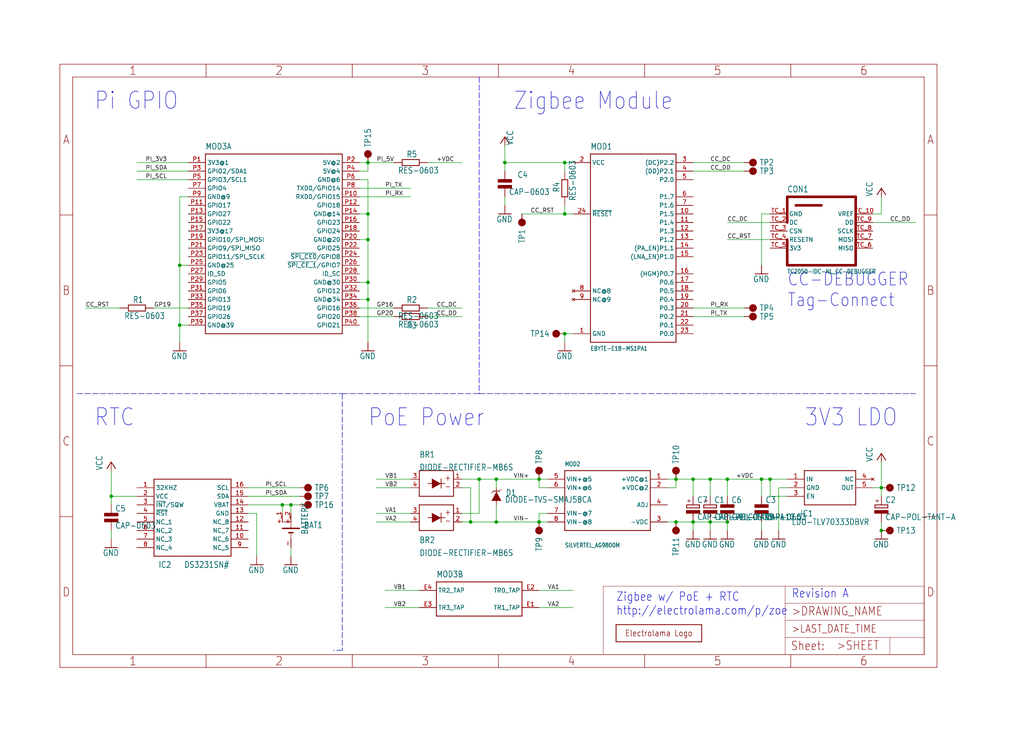
<source format=kicad_sch>
(kicad_sch (version 20211123) (generator eeschema)
  (paper "User" 303.987 217.881)
  (lib_symbols
    (symbol "eagleSchem-eagle-import:A4L-LOC"
      (symbol "A4L-LOC_0_0"
        (polyline (pts (xy 0 44.7675) (xy 3.81 44.7675)))
        (polyline (pts (xy 0 89.535) (xy 3.81 89.535)))
        (polyline (pts (xy 0 134.3025) (xy 3.81 134.3025)))
        (polyline (pts (xy 3.81 3.81) (xy 3.81 175.26)))
        (polyline (pts (xy 43.3917 0) (xy 43.3917 3.81)))
        (polyline (pts (xy 43.3917 175.26) (xy 43.3917 179.07)))
        (polyline (pts (xy 86.7833 0) (xy 86.7833 3.81)))
        (polyline (pts (xy 86.7833 175.26) (xy 86.7833 179.07)))
        (polyline (pts (xy 130.175 0) (xy 130.175 3.81)))
        (polyline (pts (xy 130.175 175.26) (xy 130.175 179.07)))
        (polyline (pts (xy 173.5667 0) (xy 173.5667 3.81)))
        (polyline (pts (xy 173.5667 175.26) (xy 173.5667 179.07)))
        (polyline (pts (xy 216.9583 0) (xy 216.9583 3.81)))
        (polyline (pts (xy 216.9583 175.26) (xy 216.9583 179.07)))
        (polyline (pts (xy 256.54 3.81) (xy 3.81 3.81)))
        (polyline (pts (xy 256.54 3.81) (xy 256.54 175.26)))
        (polyline (pts (xy 256.54 44.7675) (xy 260.35 44.7675)))
        (polyline (pts (xy 256.54 89.535) (xy 260.35 89.535)))
        (polyline (pts (xy 256.54 134.3025) (xy 260.35 134.3025)))
        (polyline (pts (xy 256.54 175.26) (xy 3.81 175.26)))
        (polyline (pts (xy 0 0) (xy 260.35 0) (xy 260.35 179.07) (xy 0 179.07) (xy 0 0)))
        (text "1" (at 21.6958 1.905 0) (effects (font (size 2.54 2.286))))
        (text "1" (at 21.6958 177.165 0) (effects (font (size 2.54 2.286))))
        (text "2" (at 65.0875 1.905 0) (effects (font (size 2.54 2.286))))
        (text "2" (at 65.0875 177.165 0) (effects (font (size 2.54 2.286))))
        (text "3" (at 108.4792 1.905 0) (effects (font (size 2.54 2.286))))
        (text "3" (at 108.4792 177.165 0) (effects (font (size 2.54 2.286))))
        (text "4" (at 151.8708 1.905 0) (effects (font (size 2.54 2.286))))
        (text "4" (at 151.8708 177.165 0) (effects (font (size 2.54 2.286))))
        (text "5" (at 195.2625 1.905 0) (effects (font (size 2.54 2.286))))
        (text "5" (at 195.2625 177.165 0) (effects (font (size 2.54 2.286))))
        (text "6" (at 238.6542 1.905 0) (effects (font (size 2.54 2.286))))
        (text "6" (at 238.6542 177.165 0) (effects (font (size 2.54 2.286))))
        (text "A" (at 1.905 156.6863 0) (effects (font (size 2.54 2.286))))
        (text "A" (at 258.445 156.6863 0) (effects (font (size 2.54 2.286))))
        (text "B" (at 1.905 111.9188 0) (effects (font (size 2.54 2.286))))
        (text "B" (at 258.445 111.9188 0) (effects (font (size 2.54 2.286))))
        (text "C" (at 1.905 67.1513 0) (effects (font (size 2.54 2.286))))
        (text "C" (at 258.445 67.1513 0) (effects (font (size 2.54 2.286))))
        (text "D" (at 1.905 22.3838 0) (effects (font (size 2.54 2.286))))
        (text "D" (at 258.445 22.3838 0) (effects (font (size 2.54 2.286))))
      )
      (symbol "A4L-LOC_1_0"
        (polyline (pts (xy 161.29 3.81) (xy 161.29 24.13)) (stroke (width 0.1016)))
        (polyline (pts (xy 161.29 24.13) (xy 215.265 24.13)) (stroke (width 0.1016)))
        (polyline (pts (xy 215.265 8.89) (xy 215.265 3.81)) (stroke (width 0.1016)))
        (polyline (pts (xy 215.265 8.89) (xy 215.265 13.97)) (stroke (width 0.1016)))
        (polyline (pts (xy 215.265 13.97) (xy 215.265 19.05)) (stroke (width 0.1016)))
        (polyline (pts (xy 215.265 13.97) (xy 256.54 13.97)) (stroke (width 0.1016)))
        (polyline (pts (xy 215.265 19.05) (xy 215.265 24.13)) (stroke (width 0.1016)))
        (polyline (pts (xy 215.265 19.05) (xy 256.54 19.05)) (stroke (width 0.1016)))
        (polyline (pts (xy 215.265 24.13) (xy 256.54 24.13)) (stroke (width 0.1016)))
        (polyline (pts (xy 246.38 3.81) (xy 246.38 8.89)) (stroke (width 0.1016)))
        (polyline (pts (xy 246.38 8.89) (xy 215.265 8.89)) (stroke (width 0.1016)))
        (polyline (pts (xy 246.38 8.89) (xy 256.54 8.89)) (stroke (width 0.1016)))
        (polyline (pts (xy 256.54 3.81) (xy 256.54 8.89)) (stroke (width 0.1016)))
        (polyline (pts (xy 256.54 8.89) (xy 256.54 13.97)) (stroke (width 0.1016)))
        (polyline (pts (xy 256.54 13.97) (xy 256.54 19.05)) (stroke (width 0.1016)))
        (polyline (pts (xy 256.54 19.05) (xy 256.54 24.13)) (stroke (width 0.1016)))
        (text ">DRAWING_NAME" (at 217.17 15.24 0) (effects (font (size 2.54 2.159)) (justify left bottom)))
        (text ">LAST_DATE_TIME" (at 217.17 10.16 0) (effects (font (size 2.286 1.9431)) (justify left bottom)))
        (text ">SHEET" (at 230.505 5.08 0) (effects (font (size 2.54 2.159)) (justify left bottom)))
        (text "Sheet:" (at 216.916 4.953 0) (effects (font (size 2.54 2.159)) (justify left bottom)))
      )
    )
    (symbol "eagleSchem-eagle-import:BATTERY"
      (property "Reference" "BAT" (at -1.27 3.175 0))
      (property "Value" "BATTERY" (at -1.27 -5.08 0))
      (symbol "BATTERY_1_0"
        (polyline (pts (xy -2.54 0) (xy -0.635 0)) (stroke (width 0.1524)))
        (polyline (pts (xy -0.635 0) (xy -0.635 -0.635)) (stroke (width 0.4064)))
        (polyline (pts (xy -0.635 0.635) (xy -0.635 0)) (stroke (width 0.4064)))
        (polyline (pts (xy 0.635 0) (xy 0.635 -2.54)) (stroke (width 0.4064)))
        (polyline (pts (xy 0.635 0) (xy 2.54 0)) (stroke (width 0.1524)))
        (polyline (pts (xy 0.635 2.54) (xy 0.635 0)) (stroke (width 0.4064)))
        (polyline (pts (xy 2.54 0) (xy 2.54 2.54)) (stroke (width 0.1524)))
        (pin passive line (at 5.08 2.54 180) (length 2.54) (name "+1") (number "+_1"))
        (pin passive line (at 5.08 0 180) (length 2.54) (name "+2") (number "+_2"))
        (pin passive line (at -5.08 0 0) (length 2.54) (name "-") (number "-"))
      )
    )
    (symbol "eagleSchem-eagle-import:CAP-0603"
      (property "Reference" "C" (at 1.143 0.4826 0))
      (property "Value" "CAP-0603" (at 1.143 -4.5974 0))
      (symbol "CAP-0603_1_0"
        (rectangle (start -2.032 -2.54) (end 2.032 -1.651) (fill (type outline)))
        (rectangle (start -2.032 -0.7937) (end 2.032 0.0952) (fill (type outline)))
        (pin passive line (at 0 2.54 270) (length 2.54) (name "1") (number "1"))
        (pin passive line (at 0 -5.08 90) (length 2.54) (name "2") (number "2"))
      )
    )
    (symbol "eagleSchem-eagle-import:CAP-POL-ELCO-D8-L10.5"
      (property "Reference" "C" (at 1.143 0.4826 0))
      (property "Value" "CAP-POL-ELCO-D8-L10.5" (at 1.143 -4.5974 0))
      (symbol "CAP-POL-ELCO-D8-L10.5_1_0"
        (rectangle (start -2.032 -2.54) (end 2.032 -1.651) (fill (type outline)))
        (polyline (pts (xy -1.905 -0.889) (xy 1.905 -0.889)) (stroke (width 0.254)))
        (polyline (pts (xy -1.905 0) (xy -1.905 -0.889)) (stroke (width 0.254)))
        (polyline (pts (xy -1.905 0) (xy 1.905 0)) (stroke (width 0.254)))
        (polyline (pts (xy 1.905 -0.889) (xy 1.905 0)) (stroke (width 0.254)))
        (text "+" (at -0.5842 0.4064 900) (effects (font (size 1.27 1.0795)) (justify left bottom)))
        (pin passive line (at 0 2.54 270) (length 2.54) (name "+") (number "+"))
        (pin passive line (at 0 -5.08 90) (length 2.54) (name "-") (number "-"))
      )
    )
    (symbol "eagleSchem-eagle-import:CAP-POL-TANT-A"
      (property "Reference" "C" (at 1.143 0.4826 0))
      (property "Value" "CAP-POL-TANT-A" (at 1.143 -4.5974 0))
      (symbol "CAP-POL-TANT-A_1_0"
        (rectangle (start -2.032 -2.54) (end 2.032 -1.651) (fill (type outline)))
        (polyline (pts (xy -1.905 -0.889) (xy 1.905 -0.889)) (stroke (width 0.254)))
        (polyline (pts (xy -1.905 0) (xy -1.905 -0.889)) (stroke (width 0.254)))
        (polyline (pts (xy -1.905 0) (xy 1.905 0)) (stroke (width 0.254)))
        (polyline (pts (xy 1.905 -0.889) (xy 1.905 0)) (stroke (width 0.254)))
        (text "+" (at -0.5842 0.4064 900) (effects (font (size 1.27 1.0795)) (justify left bottom)))
        (pin passive line (at 0 2.54 270) (length 2.54) (name "+") (number "+"))
        (pin passive line (at 0 -5.08 90) (length 2.54) (name "-") (number "-"))
      )
    )
    (symbol "eagleSchem-eagle-import:DIODE-RECTIFIER-MB6S"
      (property "Reference" "BR" (at -5.08 6.35 0))
      (property "Value" "DIODE-RECTIFIER-MB6S" (at -5.08 -5.08 0))
      (symbol "DIODE-RECTIFIER-MB6S_1_0"
        (polyline (pts (xy -5.08 5.08) (xy -5.08 -2.54)) (stroke (width 0.254)))
        (polyline (pts (xy -5.08 5.08) (xy 5.08 5.08)) (stroke (width 0.254)))
        (polyline (pts (xy -2.54 1.27) (xy 2.54 1.27)) (stroke (width 0.2032)))
        (polyline (pts (xy 1.397 2.667) (xy 1.397 -0.127)) (stroke (width 0.2032)))
        (polyline (pts (xy 5.08 -2.54) (xy -5.08 -2.54)) (stroke (width 0.254)))
        (polyline (pts (xy 5.08 -2.54) (xy 5.08 5.08)) (stroke (width 0.254)))
        (polyline (pts (xy -1.27 2.667) (xy -1.27 -0.127) (xy 1.27 1.27)) (fill (type outline)))
        (text "+" (at 4.445 1.905 0) (effects (font (size 1.778 1.5113)) (justify right bottom)))
        (text "-" (at 4.445 -0.635 0) (effects (font (size 1.778 1.5113)) (justify right bottom)))
        (text "~" (at -4.445 -0.635 0) (effects (font (size 2.286 1.9431)) (justify left bottom)))
        (text "~" (at -4.445 1.905 0) (effects (font (size 2.286 1.9431)) (justify left bottom)))
        (pin bidirectional line (at 7.62 2.54 180) (length 2.54) (name "+") (number "1"))
        (pin bidirectional line (at 7.62 0 180) (length 2.54) (name "-") (number "2"))
        (pin bidirectional line (at -7.62 2.54 0) (length 2.54) (name "~{@3}") (number "3"))
        (pin bidirectional line (at -7.62 0 0) (length 2.54) (name "~{@4}") (number "4"))
      )
    )
    (symbol "eagleSchem-eagle-import:DIODE-TVS-SMAJ58CA"
      (property "Reference" "D" (at -2.3114 2.6416 0))
      (property "Value" "DIODE-TVS-SMAJ58CA" (at -2.5654 -4.4958 0))
      (symbol "DIODE-TVS-SMAJ58CA_1_0"
        (polyline (pts (xy 1.397 -0.889) (xy 1.651 -0.889)) (stroke (width 0.127)))
        (polyline (pts (xy 1.397 0.889) (xy 1.397 -0.889)) (stroke (width 0.127)))
        (polyline (pts (xy 1.397 0.889) (xy 1.651 0.889)) (stroke (width 0.127)))
        (polyline (pts (xy 1.524 0.889) (xy 0.889 1.524)) (stroke (width 0.127)))
        (polyline (pts (xy 1.651 0.889) (xy 1.651 -0.889)) (stroke (width 0.127)))
        (polyline (pts (xy 2.159 -1.524) (xy 1.524 -0.889)) (stroke (width 0.127)))
        (polyline (pts (xy -1.27 1.397) (xy -1.27 -1.397) (xy 1.27 0)) (fill (type outline)))
        (pin passive line (at 2.54 0 180) (length 2.54) (name "C") (number "1"))
        (pin passive line (at -2.54 0 0) (length 2.54) (name "A") (number "2"))
      )
    )
    (symbol "eagleSchem-eagle-import:DS3231SN#"
      (property "Reference" "IC" (at 29.21 7.62 0))
      (property "Value" "DS3231SN#" (at 29.21 5.08 0))
      (symbol "DS3231SN#_1_0"
        (polyline (pts (xy 5.08 2.54) (xy 5.08 -20.32)) (stroke (width 0.254)))
        (polyline (pts (xy 5.08 2.54) (xy 27.94 2.54)) (stroke (width 0.254)))
        (polyline (pts (xy 27.94 -20.32) (xy 5.08 -20.32)) (stroke (width 0.254)))
        (polyline (pts (xy 27.94 -20.32) (xy 27.94 2.54)) (stroke (width 0.254)))
        (pin bidirectional line (at 0 0 0) (length 5.08) (name "32KHZ") (number "1"))
        (pin bidirectional line (at 33.02 -15.24 180) (length 5.08) (name "NC_6") (number "10"))
        (pin bidirectional line (at 33.02 -12.7 180) (length 5.08) (name "NC_7") (number "11"))
        (pin bidirectional line (at 33.02 -10.16 180) (length 5.08) (name "NC_8") (number "12"))
        (pin power_in line (at 33.02 -7.62 180) (length 5.08) (name "GND") (number "13"))
        (pin bidirectional line (at 33.02 -5.08 180) (length 5.08) (name "VBAT") (number "14"))
        (pin bidirectional line (at 33.02 -2.54 180) (length 5.08) (name "SDA") (number "15"))
        (pin bidirectional line (at 33.02 0 180) (length 5.08) (name "SCL") (number "16"))
        (pin power_in line (at 0 -2.54 0) (length 5.08) (name "VCC") (number "2"))
        (pin input line (at 0 -5.08 0) (length 5.08) (name "~{INT}/SQW") (number "3"))
        (pin input line (at 0 -7.62 0) (length 5.08) (name "~{RST}") (number "4"))
        (pin bidirectional line (at 0 -10.16 0) (length 5.08) (name "NC_1") (number "5"))
        (pin bidirectional line (at 0 -12.7 0) (length 5.08) (name "NC_2") (number "6"))
        (pin bidirectional line (at 0 -15.24 0) (length 5.08) (name "NC_3") (number "7"))
        (pin bidirectional line (at 0 -17.78 0) (length 5.08) (name "NC_4") (number "8"))
        (pin bidirectional line (at 33.02 -17.78 180) (length 5.08) (name "NC_5") (number "9"))
      )
    )
    (symbol "eagleSchem-eagle-import:EBYTE-E18-MS1PA1"
      (property "Reference" "MOD" (at -12.7 29.21 0))
      (property "Value" "EBYTE-E18-MS1PA1" (at -12.7 -30.48 0))
      (symbol "EBYTE-E18-MS1PA1_1_0"
        (polyline (pts (xy -12.7 -27.94) (xy 12.7 -27.94)) (stroke (width 0.254)))
        (polyline (pts (xy -12.7 27.94) (xy -12.7 -27.94)) (stroke (width 0.254)))
        (polyline (pts (xy 12.7 -27.94) (xy 12.7 27.94)) (stroke (width 0.254)))
        (polyline (pts (xy 12.7 27.94) (xy -12.7 27.94)) (stroke (width 0.254)))
        (pin power_in line (at -17.78 -25.4 0) (length 5.08) (name "GND") (number "1"))
        (pin bidirectional line (at 17.78 10.16 180) (length 5.08) (name "P1.5") (number "10"))
        (pin bidirectional line (at 17.78 7.62 180) (length 5.08) (name "P1.4") (number "11"))
        (pin bidirectional line (at 17.78 5.08 180) (length 5.08) (name "P1.3") (number "12"))
        (pin bidirectional line (at 17.78 2.54 180) (length 5.08) (name "P1.2") (number "13"))
        (pin output line (at 17.78 0 180) (length 5.08) (name "(PA_EN)P1.1") (number "14"))
        (pin output line (at 17.78 -2.54 180) (length 5.08) (name "(LNA_EN)P1.0") (number "15"))
        (pin output line (at 17.78 -7.62 180) (length 5.08) (name "(HGM)P0.7") (number "16"))
        (pin bidirectional line (at 17.78 -10.16 180) (length 5.08) (name "P0.6") (number "17"))
        (pin bidirectional line (at 17.78 -12.7 180) (length 5.08) (name "P0.5") (number "18"))
        (pin bidirectional line (at 17.78 -15.24 180) (length 5.08) (name "P0.4") (number "19"))
        (pin power_in line (at -17.78 25.4 0) (length 5.08) (name "VCC") (number "2"))
        (pin bidirectional line (at 17.78 -17.78 180) (length 5.08) (name "P0.3") (number "20"))
        (pin bidirectional line (at 17.78 -20.32 180) (length 5.08) (name "P0.2") (number "21"))
        (pin bidirectional line (at 17.78 -22.86 180) (length 5.08) (name "P0.1") (number "22"))
        (pin bidirectional line (at 17.78 -25.4 180) (length 5.08) (name "P0.0") (number "23"))
        (pin input line (at -17.78 10.16 0) (length 5.08) (name "~{RESET}") (number "24"))
        (pin bidirectional line (at 17.78 25.4 180) (length 5.08) (name "(DC)P2.2") (number "3"))
        (pin bidirectional line (at 17.78 22.86 180) (length 5.08) (name "(DD)P2.1") (number "4"))
        (pin bidirectional line (at 17.78 20.32 180) (length 5.08) (name "P2.0") (number "5"))
        (pin bidirectional line (at 17.78 15.24 180) (length 5.08) (name "P1.7") (number "6"))
        (pin bidirectional line (at 17.78 12.7 180) (length 5.08) (name "P1.6") (number "7"))
        (pin no_connect line (at -17.78 -12.7 0) (length 5.08) (name "NC@8") (number "8"))
        (pin no_connect line (at -17.78 -15.24 0) (length 5.08) (name "NC@9") (number "9"))
      )
    )
    (symbol "eagleSchem-eagle-import:GND" (power)
      (property "Value" "GND" (at -2.54 -2.54 0))
      (symbol "GND_1_0"
        (polyline (pts (xy -1.905 0) (xy 1.905 0)) (stroke (width 0.254)))
        (pin power_in line (at 0 2.54 270) (length 2.54) (name "GND") (number "1"))
      )
    )
    (symbol "eagleSchem-eagle-import:LDO-TLV70333DBVR"
      (property "Reference" "IC" (at 21.59 7.62 0))
      (property "Value" "LDO-TLV70333DBVR" (at 21.59 5.08 0))
      (symbol "LDO-TLV70333DBVR_1_0"
        (polyline (pts (xy 5.08 2.54) (xy 5.08 -7.62)) (stroke (width 0.254)))
        (polyline (pts (xy 5.08 2.54) (xy 20.32 2.54)) (stroke (width 0.254)))
        (polyline (pts (xy 20.32 -7.62) (xy 5.08 -7.62)) (stroke (width 0.254)))
        (polyline (pts (xy 20.32 -7.62) (xy 20.32 2.54)) (stroke (width 0.254)))
        (pin bidirectional line (at 0 0 0) (length 5.08) (name "IN") (number "1"))
        (pin bidirectional line (at 0 -2.54 0) (length 5.08) (name "GND") (number "2"))
        (pin bidirectional line (at 0 -5.08 0) (length 5.08) (name "EN") (number "3"))
        (pin no_connect line (at 25.4 0 180) (length 5.08) (name "NC") (number "4"))
        (pin bidirectional line (at 25.4 -2.54 180) (length 5.08) (name "OUT") (number "5"))
      )
    )
    (symbol "eagleSchem-eagle-import:LOGO-ELECTROLAMA"
      (symbol "LOGO-ELECTROLAMA_1_0"
        (polyline (pts (xy -12.7 -2.54) (xy 12.7 -2.54)) (stroke (width 0.254)))
        (polyline (pts (xy -12.7 2.54) (xy -12.7 -2.54)) (stroke (width 0.254)))
        (polyline (pts (xy 12.7 -2.54) (xy 12.7 2.54)) (stroke (width 0.254)))
        (polyline (pts (xy 12.7 2.54) (xy -12.7 2.54)) (stroke (width 0.254)))
        (text "Electrolama Logo" (at 0 0 0) (effects (font (size 1.778 1.5113))))
      )
    )
    (symbol "eagleSchem-eagle-import:RES-0603"
      (property "Reference" "R" (at -3.81 1.4986 0))
      (property "Value" "RES-0603" (at -3.81 -3.302 0))
      (symbol "RES-0603_1_0"
        (polyline (pts (xy -2.54 -0.889) (xy -2.54 0.889)) (stroke (width 0.254)))
        (polyline (pts (xy -2.54 -0.889) (xy 2.54 -0.889)) (stroke (width 0.254)))
        (polyline (pts (xy 2.54 -0.889) (xy 2.54 0.889)) (stroke (width 0.254)))
        (polyline (pts (xy 2.54 0.889) (xy -2.54 0.889)) (stroke (width 0.254)))
        (pin passive line (at -5.08 0 0) (length 2.54) (name "1") (number "1"))
        (pin passive line (at 5.08 0 180) (length 2.54) (name "2") (number "2"))
      )
    )
    (symbol "eagleSchem-eagle-import:RPI-HAT-FULL"
      (property "Reference" "MOD" (at -12.7 6.35 0))
      (symbol "RPI-HAT-FULL_1_0"
        (polyline (pts (xy -20.32 -27.94) (xy 20.32 -27.94)) (stroke (width 0.254)))
        (polyline (pts (xy -20.32 25.4) (xy -20.32 -27.94)) (stroke (width 0.254)))
        (polyline (pts (xy 20.32 -27.94) (xy 20.32 25.4)) (stroke (width 0.254)))
        (polyline (pts (xy 20.32 25.4) (xy -20.32 25.4)) (stroke (width 0.254)))
        (pin bidirectional line (at -25.4 22.86 0) (length 5.08) (name "3V3@1") (number "P1"))
        (pin bidirectional line (at 25.4 12.7 180) (length 5.08) (name "RXD0/GPIO15") (number "P10"))
        (pin bidirectional line (at -25.4 10.16 0) (length 5.08) (name "GPIO17") (number "P11"))
        (pin bidirectional line (at 25.4 10.16 180) (length 5.08) (name "GPIO18") (number "P12"))
        (pin bidirectional line (at -25.4 7.62 0) (length 5.08) (name "GPIO27") (number "P13"))
        (pin bidirectional line (at 25.4 7.62 180) (length 5.08) (name "GND@14") (number "P14"))
        (pin bidirectional line (at -25.4 5.08 0) (length 5.08) (name "GPIO22") (number "P15"))
        (pin bidirectional line (at 25.4 5.08 180) (length 5.08) (name "GPIO23") (number "P16"))
        (pin bidirectional line (at -25.4 2.54 0) (length 5.08) (name "3V3@17") (number "P17"))
        (pin bidirectional line (at 25.4 2.54 180) (length 5.08) (name "GPIO24") (number "P18"))
        (pin bidirectional line (at -25.4 0 0) (length 5.08) (name "GPIO10/SPI_MOSI") (number "P19"))
        (pin bidirectional line (at 25.4 22.86 180) (length 5.08) (name "5V@2") (number "P2"))
        (pin bidirectional line (at 25.4 0 180) (length 5.08) (name "GND@20") (number "P20"))
        (pin bidirectional line (at -25.4 -2.54 0) (length 5.08) (name "GPIO9/SPI_MISO") (number "P21"))
        (pin bidirectional line (at 25.4 -2.54 180) (length 5.08) (name "GPIO25") (number "P22"))
        (pin bidirectional line (at -25.4 -5.08 0) (length 5.08) (name "GPIO11/SPI_SCLK") (number "P23"))
        (pin bidirectional line (at 25.4 -5.08 180) (length 5.08) (name "~{SPI_CE0}/GPIO8") (number "P24"))
        (pin bidirectional line (at -25.4 -7.62 0) (length 5.08) (name "GND@25") (number "P25"))
        (pin bidirectional line (at 25.4 -7.62 180) (length 5.08) (name "~{SPI_CE_1}/GPIO7") (number "P26"))
        (pin bidirectional line (at -25.4 -10.16 0) (length 5.08) (name "ID_SD") (number "P27"))
        (pin bidirectional line (at 25.4 -10.16 180) (length 5.08) (name "ID_SC") (number "P28"))
        (pin bidirectional line (at -25.4 -12.7 0) (length 5.08) (name "GPIO5") (number "P29"))
        (pin bidirectional line (at -25.4 20.32 0) (length 5.08) (name "GPIO2/SDA1") (number "P3"))
        (pin bidirectional line (at 25.4 -12.7 180) (length 5.08) (name "GND@30") (number "P30"))
        (pin bidirectional line (at -25.4 -15.24 0) (length 5.08) (name "GPIO6") (number "P31"))
        (pin bidirectional line (at 25.4 -15.24 180) (length 5.08) (name "GPIO12") (number "P32"))
        (pin bidirectional line (at -25.4 -17.78 0) (length 5.08) (name "GPIO13") (number "P33"))
        (pin bidirectional line (at 25.4 -17.78 180) (length 5.08) (name "GND@34") (number "P34"))
        (pin bidirectional line (at -25.4 -20.32 0) (length 5.08) (name "GPIO19") (number "P35"))
        (pin bidirectional line (at 25.4 -20.32 180) (length 5.08) (name "GPIO16") (number "P36"))
        (pin bidirectional line (at -25.4 -22.86 0) (length 5.08) (name "GPIO26") (number "P37"))
        (pin bidirectional line (at 25.4 -22.86 180) (length 5.08) (name "GPIO20") (number "P38"))
        (pin bidirectional line (at -25.4 -25.4 0) (length 5.08) (name "GND@39") (number "P39"))
        (pin bidirectional line (at 25.4 20.32 180) (length 5.08) (name "5V@4") (number "P4"))
        (pin bidirectional line (at 25.4 -25.4 180) (length 5.08) (name "GPIO21") (number "P40"))
        (pin bidirectional line (at -25.4 17.78 0) (length 5.08) (name "GPIO3/SCL1") (number "P5"))
        (pin bidirectional line (at 25.4 17.78 180) (length 5.08) (name "GND@6") (number "P6"))
        (pin bidirectional line (at -25.4 15.24 0) (length 5.08) (name "GPIO4") (number "P7"))
        (pin bidirectional line (at 25.4 15.24 180) (length 5.08) (name "TXD0/GPIO14") (number "P8"))
        (pin bidirectional line (at -25.4 12.7 0) (length 5.08) (name "GND@9") (number "P9"))
      )
      (symbol "RPI-HAT-FULL_2_0"
        (polyline (pts (xy -12.7 -5.08) (xy 12.7 -5.08)) (stroke (width 0.254)))
        (polyline (pts (xy -12.7 5.08) (xy -12.7 -5.08)) (stroke (width 0.254)))
        (polyline (pts (xy 12.7 -5.08) (xy 12.7 5.08)) (stroke (width 0.254)))
        (polyline (pts (xy 12.7 5.08) (xy -12.7 5.08)) (stroke (width 0.254)))
        (pin bidirectional line (at 17.78 -2.54 180) (length 5.08) (name "TR1_TAP") (number "E1"))
        (pin bidirectional line (at 17.78 2.54 180) (length 5.08) (name "TR0_TAP") (number "E2"))
        (pin bidirectional line (at -17.78 -2.54 0) (length 5.08) (name "TR3_TAP") (number "E3"))
        (pin bidirectional line (at -17.78 2.54 0) (length 5.08) (name "TR2_TAP") (number "E4"))
      )
    )
    (symbol "eagleSchem-eagle-import:SILVERTEL_AG9800M"
      (property "Reference" "MOD" (at -12.7 11.43 0))
      (property "Value" "SILVERTEL_AG9800M" (at -12.7 -10.16 0))
      (symbol "SILVERTEL_AG9800M_1_0"
        (polyline (pts (xy -12.7 -7.62) (xy 12.7 -7.62)) (stroke (width 0.254)))
        (polyline (pts (xy -12.7 10.16) (xy -12.7 -7.62)) (stroke (width 0.254)))
        (polyline (pts (xy 12.7 -7.62) (xy 12.7 10.16)) (stroke (width 0.254)))
        (polyline (pts (xy 12.7 10.16) (xy -12.7 10.16)) (stroke (width 0.254)))
        (pin bidirectional line (at 17.78 7.62 180) (length 5.08) (name "+VDC@1") (number "1"))
        (pin bidirectional line (at 17.78 5.08 180) (length 5.08) (name "+VDC@2") (number "2"))
        (pin bidirectional line (at 17.78 -5.08 180) (length 5.08) (name "-VDC") (number "3"))
        (pin bidirectional line (at 17.78 0 180) (length 5.08) (name "ADJ") (number "4"))
        (pin bidirectional line (at -17.78 7.62 0) (length 5.08) (name "VIN+@5") (number "5"))
        (pin bidirectional line (at -17.78 5.08 0) (length 5.08) (name "VIN+@6") (number "6"))
        (pin bidirectional line (at -17.78 -2.54 0) (length 5.08) (name "VIN-@7") (number "7"))
        (pin bidirectional line (at -17.78 -5.08 0) (length 5.08) (name "VIN-@8") (number "8"))
      )
    )
    (symbol "eagleSchem-eagle-import:TC2050-IDC-NL_CC-DEBUGGER"
      (property "Reference" "CON" (at -10.16 11.43 0))
      (property "Value" "TC2050-IDC-NL_CC-DEBUGGER" (at -10.16 -12.7 0))
      (symbol "TC2050-IDC-NL_CC-DEBUGGER_1_0"
        (polyline (pts (xy -10.16 -10.16) (xy 10.16 -10.16)) (stroke (width 0.762)))
        (polyline (pts (xy -10.16 -2.54) (xy -10.16 -10.16)) (stroke (width 0.762)))
        (polyline (pts (xy -10.16 10.16) (xy -10.16 2.54)) (stroke (width 0.762)))
        (polyline (pts (xy 0 7.62) (xy -7.62 7.62)) (stroke (width 0.762)))
        (polyline (pts (xy 10.16 -10.16) (xy 10.16 10.16)) (stroke (width 0.762)))
        (polyline (pts (xy 10.16 10.16) (xy -10.16 10.16)) (stroke (width 0.762)))
        (pin bidirectional line (at -15.24 5.08 0) (length 5.08) (name "GND") (number "TC_1"))
        (pin bidirectional line (at 15.24 5.08 180) (length 5.08) (name "VREF") (number "TC_10"))
        (pin bidirectional line (at -15.24 2.54 0) (length 5.08) (name "DC") (number "TC_2"))
        (pin bidirectional line (at -15.24 0 0) (length 5.08) (name "CSN") (number "TC_3"))
        (pin bidirectional line (at -15.24 -2.54 0) (length 5.08) (name "RESETN") (number "TC_4"))
        (pin bidirectional line (at -15.24 -5.08 0) (length 5.08) (name "3V3") (number "TC_5"))
        (pin bidirectional line (at 15.24 -5.08 180) (length 5.08) (name "MISO") (number "TC_6"))
        (pin bidirectional line (at 15.24 -2.54 180) (length 5.08) (name "MOSI") (number "TC_7"))
        (pin bidirectional line (at 15.24 0 180) (length 5.08) (name "SCLK") (number "TC_8"))
        (pin bidirectional line (at 15.24 2.54 180) (length 5.08) (name "DD") (number "TC_9"))
      )
    )
    (symbol "eagleSchem-eagle-import:TP"
      (property "Reference" "TP" (at 1.905 0 0))
      (symbol "TP_1_0"
        (circle (center 0 0) (radius 0.127) (stroke (width 0.635)))
        (circle (center 0 0) (radius 0.635) (stroke (width 0.635)))
        (circle (center 0 0) (radius 1.016) (stroke (width 0.254)))
        (pin bidirectional line (at -2.54 0 0) (length 2.54) (name "TP") (number "TP"))
      )
    )
    (symbol "eagleSchem-eagle-import:VCC" (power)
      (property "Value" "VCC" (at -2.54 -2.54 90))
      (symbol "VCC_1_0"
        (polyline (pts (xy 0 0) (xy -1.27 -1.905)) (stroke (width 0.254)))
        (polyline (pts (xy 1.27 -1.905) (xy 0 0)) (stroke (width 0.254)))
        (pin power_in line (at 0 -2.54 90) (length 2.54) (name "VCC") (number "1"))
      )
    )
  )
  (junction (at 160.02 142.24))
  (junction (at 139.7 154.94))
  (junction (at 147.32 142.24))
  (junction (at 109.22 63.5))
  (junction (at 200.66 142.24))
  (junction (at 109.22 88.9))
  (junction (at 109.22 83.82))
  (junction (at 109.22 71.12))
  (junction (at 167.64 99.06))
  (junction (at 215.9 142.24))
  (junction (at 53.34 78.74))
  (junction (at 210.82 154.94))
  (junction (at 109.22 48.26))
  (junction (at 53.34 96.52))
  (junction (at 205.74 154.94))
  (junction (at 228.6 142.24))
  (junction (at 205.74 142.24))
  (junction (at 83.82 149.86))
  (junction (at 210.82 142.24))
  (junction (at 261.62 144.78))
  (junction (at 142.24 142.24))
  (junction (at 226.06 142.24))
  (junction (at 147.32 154.94))
  (junction (at 86.36 149.86))
  (junction (at 167.64 48.26))
  (junction (at 261.62 157.48))
  (junction (at 200.66 154.94))
  (junction (at 33.02 147.32))
  (junction (at 149.86 48.26))
  (junction (at 167.64 63.5))
  (junction (at 160.02 154.94))
  (junction (at 215.9 154.94))
  (wire (pts (xy 73.66 149.86) (xy 83.82 149.86)))
  (wire (pts (xy 106.68 53.34) (xy 109.22 53.34)))
  (wire (pts (xy 228.6 71.12) (xy 215.9 71.12)))
  (wire (pts (xy 210.82 154.94) (xy 210.82 157.48)))
  (wire (pts (xy 205.74 154.94) (xy 205.74 157.48)))
  (wire (pts (xy 160.02 154.94) (xy 162.56 154.94)))
  (polyline (pts (xy 101.6 116.84) (xy 101.6 193.04)))
  (wire (pts (xy 149.86 60.96) (xy 149.86 58.42)))
  (wire (pts (xy 167.64 50.8) (xy 167.64 48.26)))
  (wire (pts (xy 55.88 48.26) (xy 40.64 48.26)))
  (wire (pts (xy 33.02 147.32) (xy 33.02 149.86)))
  (wire (pts (xy 55.88 53.34) (xy 40.64 53.34)))
  (wire (pts (xy 73.66 144.78) (xy 88.9 144.78)))
  (wire (pts (xy 259.08 66.04) (xy 271.78 66.04)))
  (wire (pts (xy 160.02 175.26) (xy 170.18 175.26)))
  (wire (pts (xy 127 48.26) (xy 137.16 48.26)))
  (wire (pts (xy 124.46 175.26) (xy 114.3 175.26)))
  (wire (pts (xy 200.66 144.78) (xy 200.66 142.24)))
  (wire (pts (xy 215.9 147.32) (xy 215.9 142.24)))
  (wire (pts (xy 147.32 144.78) (xy 147.32 142.24)))
  (wire (pts (xy 160.02 144.78) (xy 160.02 142.24)))
  (wire (pts (xy 160.02 152.4) (xy 160.02 154.94)))
  (wire (pts (xy 55.88 91.44) (xy 45.72 91.44)))
  (wire (pts (xy 127 93.98) (xy 137.16 93.98)))
  (wire (pts (xy 83.82 149.86) (xy 86.36 149.86)))
  (polyline (pts (xy 142.24 116.84) (xy 271.78 116.84)))
  (wire (pts (xy 226.06 157.48) (xy 226.06 154.94)))
  (wire (pts (xy 55.88 58.42) (xy 53.34 58.42)))
  (wire (pts (xy 228.6 142.24) (xy 226.06 142.24)))
  (wire (pts (xy 167.64 63.5) (xy 154.94 63.5)))
  (wire (pts (xy 170.18 99.06) (xy 167.64 99.06)))
  (wire (pts (xy 210.82 142.24) (xy 215.9 142.24)))
  (wire (pts (xy 170.18 63.5) (xy 167.64 63.5)))
  (wire (pts (xy 121.92 154.94) (xy 111.76 154.94)))
  (wire (pts (xy 162.56 144.78) (xy 160.02 144.78)))
  (wire (pts (xy 53.34 58.42) (xy 53.34 78.74)))
  (wire (pts (xy 261.62 157.48) (xy 261.62 154.94)))
  (wire (pts (xy 35.56 91.44) (xy 25.4 91.44)))
  (wire (pts (xy 53.34 96.52) (xy 53.34 101.6)))
  (wire (pts (xy 73.66 147.32) (xy 88.9 147.32)))
  (wire (pts (xy 205.74 142.24) (xy 210.82 142.24)))
  (wire (pts (xy 106.68 55.88) (xy 121.92 55.88)))
  (wire (pts (xy 162.56 152.4) (xy 160.02 152.4)))
  (wire (pts (xy 261.62 63.5) (xy 261.62 58.42)))
  (wire (pts (xy 109.22 83.82) (xy 109.22 88.9)))
  (wire (pts (xy 139.7 154.94) (xy 137.16 154.94)))
  (wire (pts (xy 55.88 96.52) (xy 53.34 96.52)))
  (wire (pts (xy 109.22 48.26) (xy 106.68 48.26)))
  (wire (pts (xy 76.2 152.4) (xy 76.2 165.1)))
  (wire (pts (xy 160.02 142.24) (xy 162.56 142.24)))
  (wire (pts (xy 200.66 154.94) (xy 205.74 154.94)))
  (wire (pts (xy 40.64 147.32) (xy 33.02 147.32)))
  (wire (pts (xy 231.14 144.78) (xy 231.14 157.48)))
  (wire (pts (xy 106.68 50.8) (xy 109.22 50.8)))
  (wire (pts (xy 127 91.44) (xy 137.16 91.44)))
  (wire (pts (xy 215.9 142.24) (xy 226.06 142.24)))
  (wire (pts (xy 170.18 48.26) (xy 167.64 48.26)))
  (wire (pts (xy 261.62 137.16) (xy 261.62 144.78)))
  (wire (pts (xy 139.7 144.78) (xy 139.7 154.94)))
  (wire (pts (xy 33.02 157.48) (xy 33.02 160.02)))
  (wire (pts (xy 233.68 144.78) (xy 231.14 144.78)))
  (wire (pts (xy 233.68 142.24) (xy 228.6 142.24)))
  (wire (pts (xy 109.22 71.12) (xy 109.22 83.82)))
  (wire (pts (xy 83.82 149.86) (xy 83.82 152.4)))
  (wire (pts (xy 198.12 144.78) (xy 200.66 144.78)))
  (wire (pts (xy 147.32 149.86) (xy 147.32 154.94)))
  (wire (pts (xy 167.64 99.06) (xy 167.64 101.6)))
  (wire (pts (xy 167.64 60.96) (xy 167.64 63.5)))
  (wire (pts (xy 121.92 142.24) (xy 111.76 142.24)))
  (wire (pts (xy 228.6 147.32) (xy 228.6 142.24)))
  (wire (pts (xy 205.74 48.26) (xy 220.98 48.26)))
  (wire (pts (xy 205.74 93.98) (xy 220.98 93.98)))
  (wire (pts (xy 228.6 63.5) (xy 226.06 63.5)))
  (wire (pts (xy 55.88 78.74) (xy 53.34 78.74)))
  (wire (pts (xy 88.9 149.86) (xy 86.36 149.86)))
  (wire (pts (xy 55.88 50.8) (xy 40.64 50.8)))
  (wire (pts (xy 261.62 147.32) (xy 261.62 144.78)))
  (wire (pts (xy 137.16 152.4) (xy 142.24 152.4)))
  (wire (pts (xy 106.68 71.12) (xy 109.22 71.12)))
  (wire (pts (xy 121.92 144.78) (xy 111.76 144.78)))
  (wire (pts (xy 109.22 63.5) (xy 109.22 71.12)))
  (wire (pts (xy 198.12 142.24) (xy 200.66 142.24)))
  (wire (pts (xy 106.68 83.82) (xy 109.22 83.82)))
  (polyline (pts (xy 142.24 22.86) (xy 142.24 116.84)))
  (wire (pts (xy 109.22 53.34) (xy 109.22 63.5)))
  (wire (pts (xy 106.68 88.9) (xy 109.22 88.9)))
  (wire (pts (xy 106.68 93.98) (xy 116.84 93.98)))
  (wire (pts (xy 205.74 147.32) (xy 205.74 142.24)))
  (wire (pts (xy 106.68 91.44) (xy 116.84 91.44)))
  (wire (pts (xy 137.16 142.24) (xy 142.24 142.24)))
  (wire (pts (xy 149.86 48.26) (xy 149.86 50.8)))
  (wire (pts (xy 259.08 63.5) (xy 261.62 63.5)))
  (wire (pts (xy 86.36 162.56) (xy 86.36 165.1)))
  (wire (pts (xy 73.66 152.4) (xy 76.2 152.4)))
  (wire (pts (xy 259.08 144.78) (xy 261.62 144.78)))
  (wire (pts (xy 137.16 144.78) (xy 139.7 144.78)))
  (wire (pts (xy 147.32 142.24) (xy 160.02 142.24)))
  (wire (pts (xy 109.22 88.9) (xy 109.22 101.6)))
  (wire (pts (xy 121.92 152.4) (xy 111.76 152.4)))
  (wire (pts (xy 142.24 142.24) (xy 147.32 142.24)))
  (wire (pts (xy 33.02 147.32) (xy 33.02 139.7)))
  (wire (pts (xy 210.82 154.94) (xy 215.9 154.94)))
  (wire (pts (xy 86.36 149.86) (xy 86.36 152.4)))
  (wire (pts (xy 167.64 48.26) (xy 149.86 48.26)))
  (wire (pts (xy 53.34 78.74) (xy 53.34 96.52)))
  (wire (pts (xy 205.74 50.8) (xy 220.98 50.8)))
  (wire (pts (xy 149.86 48.26) (xy 149.86 43.18)))
  (polyline (pts (xy 101.6 116.84) (xy 142.24 116.84)))
  (wire (pts (xy 226.06 63.5) (xy 226.06 78.74)))
  (wire (pts (xy 109.22 50.8) (xy 109.22 48.26)))
  (polyline (pts (xy 22.86 116.84) (xy 101.6 116.84)))
  (wire (pts (xy 215.9 154.94) (xy 215.9 157.48)))
  (wire (pts (xy 228.6 66.04) (xy 215.9 66.04)))
  (wire (pts (xy 106.68 58.42) (xy 121.92 58.42)))
  (wire (pts (xy 160.02 180.34) (xy 170.18 180.34)))
  (wire (pts (xy 106.68 63.5) (xy 109.22 63.5)))
  (wire (pts (xy 198.12 154.94) (xy 200.66 154.94)))
  (wire (pts (xy 142.24 152.4) (xy 142.24 142.24)))
  (wire (pts (xy 200.66 142.24) (xy 205.74 142.24)))
  (wire (pts (xy 233.68 147.32) (xy 228.6 147.32)))
  (wire (pts (xy 124.46 180.34) (xy 114.3 180.34)))
  (wire (pts (xy 109.22 48.26) (xy 116.84 48.26)))
  (wire (pts (xy 226.06 142.24) (xy 226.06 147.32)))
  (wire (pts (xy 205.74 154.94) (xy 210.82 154.94)))
  (wire (pts (xy 160.02 154.94) (xy 147.32 154.94)))
  (wire (pts (xy 147.32 154.94) (xy 139.7 154.94)))
  (wire (pts (xy 205.74 91.44) (xy 220.98 91.44)))
  (wire (pts (xy 210.82 147.32) (xy 210.82 142.24)))
  (polyline (pts (xy 101.6 193.04) (xy 99.06 193.04)))
  (text "RTC" (at 27.94 127 180) (effects (font (size 5.08 4.318)) (justify left bottom)))
  (text "PoE Power" (at 109.22 127 180) (effects (font (size 5.08 4.318)) (justify left bottom)))
  (text "Zigbee w/ PoE + RTC\nhttp://electrolama.com/p/zoe" (at 182.88 182.88 180) (effects (font (size 2.54 2.159)) (justify left bottom)))
  (text "CC-DEBUGGER\nTag-Connect" (at 233.68 91.44 180) (effects (font (size 3.81 3.2385)) (justify left bottom)))
  (text "Zigbee Module" (at 152.4 33.02 180) (effects (font (size 5.08 4.318)) (justify left bottom)))
  (text "Pi GPIO" (at 27.94 33.02 180) (effects (font (size 5.08 4.318)) (justify left bottom)))
  (text "3V3 LDO" (at 238.76 127 180) (effects (font (size 5.08 4.318)) (justify left bottom)))
  (text "Revision A" (at 234.95 177.8 180) (effects (font (size 2.54 2.159)) (justify left bottom)))
  (label "CC_RST" (at 25.4 91.44 0) (effects (font (size 1.2446 1.2446))))
  (label "VB1" (at 116.84 175.26 0) (effects (font (size 1.2446 1.2446))))
  (label "GP20" (at 111.76 93.98 0) (effects (font (size 1.2446 1.2446))))
  (label "PI_SDA" (at 43.18 50.8 0) (effects (font (size 1.2446 1.2446))))
  (label "CC_DD" (at 210.82 50.8 0) (effects (font (size 1.2446 1.2446))))
  (label "CC_RST" (at 157.48 63.5 0) (effects (font (size 1.2446 1.2446))))
  (label "CC_DC" (at 210.82 48.26 0) (effects (font (size 1.2446 1.2446))))
  (label "VA2" (at 114.3 154.94 0) (effects (font (size 1.2446 1.2446))))
  (label "VIN+" (at 152.4 142.24 0) (effects (font (size 1.2446 1.2446))))
  (label "VA1" (at 162.56 175.26 0) (effects (font (size 1.2446 1.2446))))
  (label "PI_3V3" (at 43.18 48.26 0) (effects (font (size 1.2446 1.2446))))
  (label "PI_SCL" (at 43.18 53.34 0) (effects (font (size 1.2446 1.2446))))
  (label "VB2" (at 114.3 144.78 0) (effects (font (size 1.2446 1.2446))))
  (label "VA1" (at 114.3 152.4 0) (effects (font (size 1.2446 1.2446))))
  (label "+VDC" (at 129.54 48.26 0) (effects (font (size 1.2446 1.2446))))
  (label "CC_DD" (at 264.16 66.04 0) (effects (font (size 1.2446 1.2446))))
  (label "CC_DC" (at 129.54 91.44 0) (effects (font (size 1.2446 1.2446))))
  (label "VA2" (at 162.56 180.34 0) (effects (font (size 1.2446 1.2446))))
  (label "CC_RST" (at 215.9 71.12 0) (effects (font (size 1.2446 1.2446))))
  (label "CC_DD" (at 129.54 93.98 0) (effects (font (size 1.2446 1.2446))))
  (label "GP19" (at 45.72 91.44 0) (effects (font (size 1.2446 1.2446))))
  (label "CC_DC" (at 215.9 66.04 0) (effects (font (size 1.2446 1.2446))))
  (label "PI_TX" (at 210.82 93.98 0) (effects (font (size 1.2446 1.2446))))
  (label "PI_TX" (at 114.3 55.88 0) (effects (font (size 1.2446 1.2446))))
  (label "GP16" (at 111.76 91.44 0) (effects (font (size 1.2446 1.2446))))
  (label "PI_RX" (at 210.82 91.44 0) (effects (font (size 1.2446 1.2446))))
  (label "+VDC" (at 218.44 142.24 0) (effects (font (size 1.2446 1.2446))))
  (label "VB1" (at 114.3 142.24 0) (effects (font (size 1.2446 1.2446))))
  (label "PI_SCL" (at 78.74 144.78 0) (effects (font (size 1.2446 1.2446))))
  (label "VIN-" (at 152.4 154.94 0) (effects (font (size 1.2446 1.2446))))
  (label "VB2" (at 116.84 180.34 0) (effects (font (size 1.2446 1.2446))))
  (label "PI_SDA" (at 78.74 147.32 0) (effects (font (size 1.2446 1.2446))))
  (label "PI_RX" (at 114.3 58.42 0) (effects (font (size 1.2446 1.2446))))
  (label "PI_5V" (at 111.76 48.26 0) (effects (font (size 1.2446 1.2446))))
  (symbol (lib_id "eagleSchem-eagle-import:A4L-LOC") (at 17.78 198.12 0) (unit 1)
    (property "Reference" "#FRAME1" (effects hide))
    (property "Value" "A4L-LOC" (effects hide))
    (property "Footprint" "eagleSchem:" (effects hide))
  )
  (symbol (lib_id "eagleSchem-eagle-import:GND") (at 149.86 63.5 0) (unit 1)
    (property "Reference" "#GND7" (effects hide))
    (property "Value" "GND" (at 147.32 66.04 0) (effects (font (size 1.778 1.5113)) (justify left bottom)))
    (property "Footprint" "eagleSchem:" (effects hide))
  )
  (symbol (lib_id "eagleSchem-eagle-import:TP") (at 154.94 66.04 270) (unit 1)
    (property "Reference" "TP1" (at 154.94 67.945 0) (effects (font (size 1.778 1.5113)) (justify left)))
    (property "Value" "TP" (effects hide))
    (property "Footprint" "eagleSchem:TP" (effects hide))
  )
  (symbol (lib_id "eagleSchem-eagle-import:TP") (at 264.16 157.48 0) (unit 1)
    (property "Reference" "TP13" (at 266.065 157.48 0) (effects (font (size 1.778 1.5113)) (justify left)))
    (property "Value" "TP" (effects hide))
    (property "Footprint" "eagleSchem:TP" (effects hide))
  )
  (symbol (lib_id "eagleSchem-eagle-import:VCC") (at 261.62 55.88 0) (unit 1)
    (property "Reference" "#P+4" (effects hide))
    (property "Value" "VCC" (at 259.08 58.42 90) (effects (font (size 1.778 1.5113)) (justify left bottom)))
    (property "Footprint" "eagleSchem:" (effects hide))
  )
  (symbol (lib_id "eagleSchem-eagle-import:CAP-POL-TANT-A") (at 261.62 149.86 0) (unit 1)
    (property "Reference" "C2" (at 262.763 149.3774 0) (effects (font (size 1.778 1.5113)) (justify left bottom)))
    (property "Value" "CAP-POL-TANT-A" (at 262.763 154.4574 0) (effects (font (size 1.778 1.5113)) (justify left bottom)))
    (property "Footprint" "eagleSchem:_CAP_TANT_A_3216-18R" (effects hide))
  )
  (symbol (lib_id "eagleSchem-eagle-import:TP") (at 160.02 139.7 90) (unit 1)
    (property "Reference" "TP8" (at 160.02 137.795 0) (effects (font (size 1.778 1.5113)) (justify left)))
    (property "Value" "TP" (effects hide))
    (property "Footprint" "eagleSchem:TP" (effects hide))
  )
  (symbol (lib_id "eagleSchem-eagle-import:GND") (at 226.06 81.28 0) (unit 1)
    (property "Reference" "#GND14" (effects hide))
    (property "Value" "GND" (at 223.52 83.82 0) (effects (font (size 1.778 1.5113)) (justify left bottom)))
    (property "Footprint" "eagleSchem:" (effects hide))
  )
  (symbol (lib_id "eagleSchem-eagle-import:GND") (at 205.74 160.02 0) (unit 1)
    (property "Reference" "#GND13" (effects hide))
    (property "Value" "GND" (at 203.2 162.56 0) (effects (font (size 1.778 1.5113)) (justify left bottom)))
    (property "Footprint" "eagleSchem:" (effects hide))
  )
  (symbol (lib_id "eagleSchem-eagle-import:RES-0603") (at 121.92 91.44 0) (unit 1)
    (property "Reference" "R2" (at 120.65 89.9414 0) (effects (font (size 1.778 1.5113)) (justify left bottom)))
    (property "Value" "RES-0603" (at 118.11 94.742 0) (effects (font (size 1.778 1.5113)) (justify left bottom)))
    (property "Footprint" "eagleSchem:_PKG_C_0603" (effects hide))
  )
  (symbol (lib_id "eagleSchem-eagle-import:CAP-POL-ELCO-D8-L10.5") (at 205.74 149.86 0) (unit 1)
    (property "Reference" "C7" (at 206.883 149.3774 0) (effects (font (size 1.778 1.5113)) (justify left bottom)))
    (property "Value" "CAP-POL-ELCO-D8-L10.5" (at 206.883 154.4574 0) (effects (font (size 1.778 1.5113)) (justify left bottom)))
    (property "Footprint" "eagleSchem:_CAP_ELCO_D8_L10.5" (effects hide))
  )
  (symbol (lib_id "eagleSchem-eagle-import:GND") (at 33.02 162.56 0) (unit 1)
    (property "Reference" "#GND11" (effects hide))
    (property "Value" "GND" (at 30.48 165.1 0) (effects (font (size 1.778 1.5113)) (justify left bottom)))
    (property "Footprint" "eagleSchem:" (effects hide))
  )
  (symbol (lib_id "eagleSchem-eagle-import:TC2050-IDC-NL_CC-DEBUGGER") (at 243.84 68.58 0) (unit 1)
    (property "Reference" "CON1" (at 233.68 57.15 0) (effects (font (size 1.778 1.5113)) (justify left bottom)))
    (property "Value" "TC2050-IDC-NL_CC-DEBUGGER" (at 233.68 81.28 0) (effects (font (size 1.27 1.0795)) (justify left bottom)))
    (property "Footprint" "eagleSchem:TC2050-IDC-NL" (effects hide))
  )
  (symbol (lib_id "eagleSchem-eagle-import:DIODE-RECTIFIER-MB6S") (at 129.54 154.94 0) (unit 1)
    (property "Reference" "BR2" (at 124.46 161.29 0) (effects (font (size 1.778 1.5113)) (justify left bottom)))
    (property "Value" "DIODE-RECTIFIER-MB6S" (at 124.46 165.1 0) (effects (font (size 1.778 1.5113)) (justify left bottom)))
    (property "Footprint" "eagleSchem:SOP254P665X270-4N" (effects hide))
  )
  (symbol (lib_id "eagleSchem-eagle-import:TP") (at 223.52 48.26 0) (unit 1)
    (property "Reference" "TP2" (at 225.425 48.26 0) (effects (font (size 1.778 1.5113)) (justify left)))
    (property "Value" "TP" (effects hide))
    (property "Footprint" "eagleSchem:TP" (effects hide))
  )
  (symbol (lib_id "eagleSchem-eagle-import:SILVERTEL_AG9800M") (at 180.34 149.86 0) (unit 1)
    (property "Reference" "MOD2" (at 167.64 138.43 0) (effects (font (size 1.27 1.0795)) (justify left bottom)))
    (property "Value" "SILVERTEL_AG9800M" (at 167.64 162.56 0) (effects (font (size 1.27 1.0795)) (justify left bottom)))
    (property "Footprint" "eagleSchem:SILVERTEL_AG9800M" (effects hide))
  )
  (symbol (lib_id "eagleSchem-eagle-import:TP") (at 109.22 45.72 90) (unit 1)
    (property "Reference" "TP15" (at 109.22 43.815 0) (effects (font (size 1.778 1.5113)) (justify left)))
    (property "Value" "TP" (effects hide))
    (property "Footprint" "eagleSchem:TP" (effects hide))
  )
  (symbol (lib_id "eagleSchem-eagle-import:EBYTE-E18-MS1PA1") (at 187.96 73.66 0) (unit 1)
    (property "Reference" "MOD1" (at 175.26 44.45 0) (effects (font (size 1.778 1.5113)) (justify left bottom)))
    (property "Value" "EBYTE-E18-MS1PA1" (at 175.26 104.14 0) (effects (font (size 1.27 1.0795)) (justify left bottom)))
    (property "Footprint" "eagleSchem:EBYTE-E18-MS1PA1" (effects hide))
  )
  (symbol (lib_id "eagleSchem-eagle-import:TP") (at 223.52 91.44 0) (unit 1)
    (property "Reference" "TP4" (at 225.425 91.44 0) (effects (font (size 1.778 1.5113)) (justify left)))
    (property "Value" "TP" (effects hide))
    (property "Footprint" "eagleSchem:TP" (effects hide))
  )
  (symbol (lib_id "eagleSchem-eagle-import:TP") (at 200.66 157.48 270) (unit 1)
    (property "Reference" "TP11" (at 200.66 159.385 0) (effects (font (size 1.778 1.5113)) (justify left)))
    (property "Value" "TP" (effects hide))
    (property "Footprint" "eagleSchem:TP" (effects hide))
  )
  (symbol (lib_id "eagleSchem-eagle-import:CAP-0603") (at 226.06 149.86 0) (unit 1)
    (property "Reference" "C3" (at 227.203 149.3774 0) (effects (font (size 1.778 1.5113)) (justify left bottom)))
    (property "Value" "CAP-0603" (at 227.203 154.4574 0) (effects (font (size 1.778 1.5113)) (justify left bottom)))
    (property "Footprint" "eagleSchem:_PKG_C_0603" (effects hide))
  )
  (symbol (lib_id "eagleSchem-eagle-import:TP") (at 91.44 144.78 0) (unit 1)
    (property "Reference" "TP6" (at 93.345 144.78 0) (effects (font (size 1.778 1.5113)) (justify left)))
    (property "Value" "TP" (effects hide))
    (property "Footprint" "eagleSchem:TP" (effects hide))
  )
  (symbol (lib_id "eagleSchem-eagle-import:CAP-0603") (at 33.02 152.4 0) (unit 1)
    (property "Reference" "C5" (at 34.163 151.9174 0) (effects (font (size 1.778 1.5113)) (justify left bottom)))
    (property "Value" "CAP-0603" (at 34.163 156.9974 0) (effects (font (size 1.778 1.5113)) (justify left bottom)))
    (property "Footprint" "eagleSchem:_PKG_C_0603" (effects hide))
  )
  (symbol (lib_id "eagleSchem-eagle-import:GND") (at 109.22 104.14 0) (unit 1)
    (property "Reference" "#GND3" (effects hide))
    (property "Value" "GND" (at 106.68 106.68 0) (effects (font (size 1.778 1.5113)) (justify left bottom)))
    (property "Footprint" "eagleSchem:" (effects hide))
  )
  (symbol (lib_id "eagleSchem-eagle-import:LOGO-ELECTROLAMA") (at 195.58 187.96 0) (unit 1)
    (property "Reference" "U$1" (effects hide))
    (property "Value" "LOGO-ELECTROLAMA" (effects hide))
    (property "Footprint" "eagleSchem:ELECTROLAMA" (effects hide))
  )
  (symbol (lib_id "eagleSchem-eagle-import:TP") (at 200.66 139.7 90) (unit 1)
    (property "Reference" "TP10" (at 200.66 137.795 0) (effects (font (size 1.778 1.5113)) (justify left)))
    (property "Value" "TP" (effects hide))
    (property "Footprint" "eagleSchem:TP" (effects hide))
  )
  (symbol (lib_id "eagleSchem-eagle-import:RPI-HAT-FULL") (at 142.24 177.8 0) (unit 2)
    (property "Reference" "MOD3" (at 129.54 171.45 0) (effects (font (size 1.778 1.5113)) (justify left bottom)))
    (property "Value" "RPI-HAT-FULL" (effects hide))
    (property "Footprint" "eagleSchem:RPI-HAT-FULL" (effects hide))
  )
  (symbol (lib_id "eagleSchem-eagle-import:TP") (at 91.44 147.32 0) (unit 1)
    (property "Reference" "TP7" (at 93.345 147.32 0) (effects (font (size 1.778 1.5113)) (justify left)))
    (property "Value" "TP" (effects hide))
    (property "Footprint" "eagleSchem:TP" (effects hide))
  )
  (symbol (lib_id "eagleSchem-eagle-import:GND") (at 231.14 160.02 0) (unit 1)
    (property "Reference" "#GND10" (effects hide))
    (property "Value" "GND" (at 228.6 162.56 0) (effects (font (size 1.778 1.5113)) (justify left bottom)))
    (property "Footprint" "eagleSchem:" (effects hide))
  )
  (symbol (lib_id "eagleSchem-eagle-import:GND") (at 210.82 160.02 0) (unit 1)
    (property "Reference" "#GND5" (effects hide))
    (property "Value" "GND" (at 208.28 162.56 0) (effects (font (size 1.778 1.5113)) (justify left bottom)))
    (property "Footprint" "eagleSchem:" (effects hide))
  )
  (symbol (lib_id "eagleSchem-eagle-import:RES-0603") (at 121.92 48.26 0) (unit 1)
    (property "Reference" "R5" (at 120.65 46.7614 0) (effects (font (size 1.778 1.5113)) (justify left bottom)))
    (property "Value" "RES-0603" (at 118.11 51.562 0) (effects (font (size 1.778 1.5113)) (justify left bottom)))
    (property "Footprint" "eagleSchem:_PKG_C_0603" (effects hide))
  )
  (symbol (lib_id "eagleSchem-eagle-import:CAP-0603") (at 149.86 53.34 0) (unit 1)
    (property "Reference" "C4" (at 153.543 52.8574 0) (effects (font (size 1.778 1.5113)) (justify left bottom)))
    (property "Value" "CAP-0603" (at 151.003 57.9374 0) (effects (font (size 1.778 1.5113)) (justify left bottom)))
    (property "Footprint" "eagleSchem:_PKG_C_0603" (effects hide))
  )
  (symbol (lib_id "eagleSchem-eagle-import:RES-0603") (at 167.64 55.88 90) (unit 1)
    (property "Reference" "R4" (at 166.1414 57.15 0) (effects (font (size 1.778 1.5113)) (justify left bottom)))
    (property "Value" "RES-0603" (at 170.942 59.69 0) (effects (font (size 1.778 1.5113)) (justify left bottom)))
    (property "Footprint" "eagleSchem:_PKG_C_0603" (effects hide))
  )
  (symbol (lib_id "eagleSchem-eagle-import:DIODE-TVS-SMAJ58CA") (at 147.32 147.32 90) (unit 1)
    (property "Reference" "D1" (at 150.0886 147.2184 90) (effects (font (size 1.778 1.5113)) (justify right top)))
    (property "Value" "DIODE-TVS-SMAJ58CA" (at 149.8346 149.2758 90) (effects (font (size 1.778 1.5113)) (justify right top)))
    (property "Footprint" "eagleSchem:DIOM5126X250N" (effects hide))
  )
  (symbol (lib_id "eagleSchem-eagle-import:DIODE-RECTIFIER-MB6S") (at 129.54 144.78 0) (unit 1)
    (property "Reference" "BR1" (at 124.46 135.89 0) (effects (font (size 1.778 1.5113)) (justify left bottom)))
    (property "Value" "DIODE-RECTIFIER-MB6S" (at 124.46 139.7 0) (effects (font (size 1.778 1.5113)) (justify left bottom)))
    (property "Footprint" "eagleSchem:SOP254P665X270-4N" (effects hide))
  )
  (symbol (lib_id "eagleSchem-eagle-import:GND") (at 76.2 167.64 0) (unit 1)
    (property "Reference" "#GND2" (effects hide))
    (property "Value" "GND" (at 73.66 170.18 0) (effects (font (size 1.778 1.5113)) (justify left bottom)))
    (property "Footprint" "eagleSchem:" (effects hide))
  )
  (symbol (lib_id "eagleSchem-eagle-import:VCC") (at 261.62 134.62 0) (unit 1)
    (property "Reference" "#P+1" (effects hide))
    (property "Value" "VCC" (at 259.08 137.16 90) (effects (font (size 1.778 1.5113)) (justify left bottom)))
    (property "Footprint" "eagleSchem:" (effects hide))
  )
  (symbol (lib_id "eagleSchem-eagle-import:LDO-TLV70333DBVR") (at 233.68 142.24 0) (unit 1)
    (property "Reference" "IC1" (at 237.49 152.4 0) (effects (font (size 1.778 1.5113)) (justify left)))
    (property "Value" "LDO-TLV70333DBVR" (at 234.95 154.94 0) (effects (font (size 1.778 1.5113)) (justify left)))
    (property "Footprint" "eagleSchem:SOT95P280X145-5N" (effects hide))
  )
  (symbol (lib_id "eagleSchem-eagle-import:GND") (at 261.62 160.02 0) (unit 1)
    (property "Reference" "#GND8" (effects hide))
    (property "Value" "GND" (at 259.08 162.56 0) (effects (font (size 1.778 1.5113)) (justify left bottom)))
    (property "Footprint" "eagleSchem:" (effects hide))
  )
  (symbol (lib_id "eagleSchem-eagle-import:RES-0603") (at 121.92 93.98 0) (unit 1)
    (property "Reference" "R3" (at 120.65 97.5614 0) (effects (font (size 1.778 1.5113)) (justify left bottom)))
    (property "Value" "RES-0603" (at 118.11 97.282 0) (effects (font (size 1.778 1.5113)) (justify left bottom)))
    (property "Footprint" "eagleSchem:_PKG_C_0603" (effects hide))
  )
  (symbol (lib_id "eagleSchem-eagle-import:RPI-HAT-FULL") (at 81.28 71.12 0) (unit 1)
    (property "Reference" "MOD3" (at 60.96 44.45 0) (effects (font (size 1.778 1.5113)) (justify left bottom)))
    (property "Value" "RPI-HAT-FULL" (effects hide))
    (property "Footprint" "eagleSchem:RPI-HAT-FULL" (effects hide))
  )
  (symbol (lib_id "eagleSchem-eagle-import:TP") (at 165.1 99.06 180) (unit 1)
    (property "Reference" "TP14" (at 163.195 99.06 0) (effects (font (size 1.778 1.5113)) (justify left)))
    (property "Value" "TP" (effects hide))
    (property "Footprint" "eagleSchem:TP" (effects hide))
  )
  (symbol (lib_id "eagleSchem-eagle-import:GND") (at 53.34 104.14 0) (unit 1)
    (property "Reference" "#GND4" (effects hide))
    (property "Value" "GND" (at 50.8 106.68 0) (effects (font (size 1.778 1.5113)) (justify left bottom)))
    (property "Footprint" "eagleSchem:" (effects hide))
  )
  (symbol (lib_id "eagleSchem-eagle-import:GND") (at 226.06 160.02 0) (unit 1)
    (property "Reference" "#GND9" (effects hide))
    (property "Value" "GND" (at 223.52 162.56 0) (effects (font (size 1.778 1.5113)) (justify left bottom)))
    (property "Footprint" "eagleSchem:" (effects hide))
  )
  (symbol (lib_id "eagleSchem-eagle-import:CAP-0603") (at 215.9 149.86 0) (unit 1)
    (property "Reference" "C6" (at 217.043 149.3774 0) (effects (font (size 1.778 1.5113)) (justify left bottom)))
    (property "Value" "CAP-0603" (at 217.043 154.4574 0) (effects (font (size 1.778 1.5113)) (justify left bottom)))
    (property "Footprint" "eagleSchem:_PKG_C_0603" (effects hide))
  )
  (symbol (lib_id "eagleSchem-eagle-import:GND") (at 86.36 167.64 0) (unit 1)
    (property "Reference" "#GND1" (effects hide))
    (property "Value" "GND" (at 83.82 170.18 0) (effects (font (size 1.778 1.5113)) (justify left bottom)))
    (property "Footprint" "eagleSchem:" (effects hide))
  )
  (symbol (lib_id "eagleSchem-eagle-import:TP") (at 91.44 149.86 0) (unit 1)
    (property "Reference" "TP16" (at 93.345 149.86 0) (effects (font (size 1.778 1.5113)) (justify left)))
    (property "Value" "TP" (effects hide))
    (property "Footprint" "eagleSchem:TP" (effects hide))
  )
  (symbol (lib_id "eagleSchem-eagle-import:BATTERY") (at 86.36 157.48 90) (unit 1)
    (property "Reference" "BAT1" (at 90.17 156.845 90) (effects (font (size 1.778 1.5113)) (justify right top)))
    (property "Value" "BATTERY" (at 91.44 158.75 0) (effects (font (size 1.778 1.5113)) (justify left bottom)))
    (property "Footprint" "eagleSchem:KEYSTONE_3001" (effects hide))
  )
  (symbol (lib_id "eagleSchem-eagle-import:TP") (at 160.02 157.48 270) (unit 1)
    (property "Reference" "TP9" (at 160.02 159.385 0) (effects (font (size 1.778 1.5113)) (justify left)))
    (property "Value" "TP" (effects hide))
    (property "Footprint" "eagleSchem:TP" (effects hide))
  )
  (symbol (lib_id "eagleSchem-eagle-import:CAP-POL-TANT-A") (at 210.82 149.86 0) (unit 1)
    (property "Reference" "C1" (at 211.963 149.3774 0) (effects (font (size 1.778 1.5113)) (justify left bottom)))
    (property "Value" "CAP-POL-TANT-A" (at 211.963 154.4574 0) (effects (font (size 1.778 1.5113)) (justify left bottom)))
    (property "Footprint" "eagleSchem:_CAP_TANT_A_3216-18R" (effects hide))
  )
  (symbol (lib_id "eagleSchem-eagle-import:TP") (at 264.16 144.78 0) (unit 1)
    (property "Reference" "TP12" (at 266.065 144.78 0) (effects (font (size 1.778 1.5113)) (justify left)))
    (property "Value" "TP" (effects hide))
    (property "Footprint" "eagleSchem:TP" (effects hide))
  )
  (symbol (lib_id "eagleSchem-eagle-import:TP") (at 223.52 93.98 0) (unit 1)
    (property "Reference" "TP5" (at 225.425 93.98 0) (effects (font (size 1.778 1.5113)) (justify left)))
    (property "Value" "TP" (effects hide))
    (property "Footprint" "eagleSchem:TP" (effects hide))
  )
  (symbol (lib_id "eagleSchem-eagle-import:GND") (at 167.64 104.14 0) (unit 1)
    (property "Reference" "#GND6" (effects hide))
    (property "Value" "GND" (at 165.1 106.68 0) (effects (font (size 1.778 1.5113)) (justify left bottom)))
    (property "Footprint" "eagleSchem:" (effects hide))
  )
  (symbol (lib_id "eagleSchem-eagle-import:VCC") (at 149.86 40.64 0) (unit 1)
    (property "Reference" "#P+2" (effects hide))
    (property "Value" "VCC" (at 152.4 43.18 90) (effects (font (size 1.778 1.5113)) (justify left bottom)))
    (property "Footprint" "eagleSchem:" (effects hide))
  )
  (symbol (lib_id "eagleSchem-eagle-import:GND") (at 215.9 160.02 0) (unit 1)
    (property "Reference" "#GND12" (effects hide))
    (property "Value" "GND" (at 213.36 162.56 0) (effects (font (size 1.778 1.5113)) (justify left bottom)))
    (property "Footprint" "eagleSchem:" (effects hide))
  )
  (symbol (lib_id "eagleSchem-eagle-import:RES-0603") (at 40.64 91.44 0) (unit 1)
    (property "Reference" "R1" (at 39.37 89.9414 0) (effects (font (size 1.778 1.5113)) (justify left bottom)))
    (property "Value" "RES-0603" (at 36.83 94.742 0) (effects (font (size 1.778 1.5113)) (justify left bottom)))
    (property "Footprint" "eagleSchem:_PKG_C_0603" (effects hide))
  )
  (symbol (lib_id "eagleSchem-eagle-import:TP") (at 223.52 50.8 0) (unit 1)
    (property "Reference" "TP3" (at 225.425 50.8 0) (effects (font (size 1.778 1.5113)) (justify left)))
    (property "Value" "TP" (effects hide))
    (property "Footprint" "eagleSchem:TP" (effects hide))
  )
  (symbol (lib_id "eagleSchem-eagle-import:DS3231SN#") (at 40.64 144.78 0) (unit 1)
    (property "Reference" "IC2" (at 46.99 167.64 0) (effects (font (size 1.778 1.5113)) (justify left)))
    (property "Value" "DS3231SN#" (at 54.61 167.64 0) (effects (font (size 1.778 1.5113)) (justify left)))
    (property "Footprint" "eagleSchem:SOIC127P1032X265-16N" (effects hide))
  )
  (symbol (lib_id "eagleSchem-eagle-import:VCC") (at 33.02 137.16 0) (unit 1)
    (property "Reference" "#P+3" (effects hide))
    (property "Value" "VCC" (at 30.48 139.7 90) (effects (font (size 1.778 1.5113)) (justify left bottom)))
    (property "Footprint" "eagleSchem:" (effects hide))
  )
)
</source>
